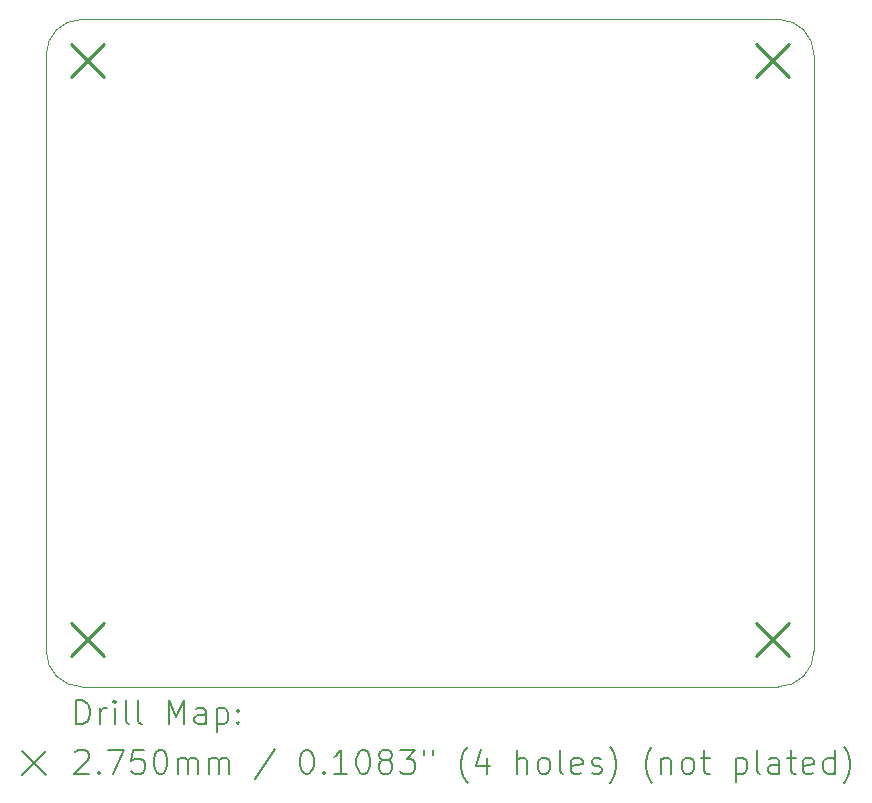
<source format=gbr>
%TF.GenerationSoftware,KiCad,Pcbnew,7.0.5*%
%TF.CreationDate,2023-07-27T20:23:34+03:00*%
%TF.ProjectId,ltp_kikad,6c74705f-6b69-46b6-9164-2e6b69636164,rev?*%
%TF.SameCoordinates,Original*%
%TF.FileFunction,Drillmap*%
%TF.FilePolarity,Positive*%
%FSLAX45Y45*%
G04 Gerber Fmt 4.5, Leading zero omitted, Abs format (unit mm)*
G04 Created by KiCad (PCBNEW 7.0.5) date 2023-07-27 20:23:34*
%MOMM*%
%LPD*%
G01*
G04 APERTURE LIST*
%ADD10C,0.100000*%
%ADD11C,0.200000*%
%ADD12C,0.275000*%
G04 APERTURE END LIST*
D10*
X18396680Y-7157220D02*
X18396680Y-5607220D01*
X18096680Y-10957220D02*
G75*
G03*
X18396680Y-10657220I0J300000D01*
G01*
X18396680Y-9057220D02*
X18396680Y-7157220D01*
X11896680Y-10657220D02*
G75*
G03*
X12196680Y-10957220I300000J0D01*
G01*
X18397020Y-10656360D02*
X18397020Y-9056360D01*
X18396680Y-5607220D02*
G75*
G03*
X18096680Y-5307220I-300000J0D01*
G01*
X12196680Y-5307220D02*
G75*
G03*
X11896680Y-5607220I0J-300000D01*
G01*
X18096680Y-5307220D02*
X12196680Y-5307220D01*
X18096680Y-10957220D02*
X12196680Y-10957220D01*
X11896680Y-10657220D02*
X11896680Y-5607220D01*
D11*
D12*
X12109180Y-5519720D02*
X12384180Y-5794720D01*
X12384180Y-5519720D02*
X12109180Y-5794720D01*
X12109180Y-10419720D02*
X12384180Y-10694720D01*
X12384180Y-10419720D02*
X12109180Y-10694720D01*
X17909180Y-5519720D02*
X18184180Y-5794720D01*
X18184180Y-5519720D02*
X17909180Y-5794720D01*
X17909180Y-10419720D02*
X18184180Y-10694720D01*
X18184180Y-10419720D02*
X17909180Y-10694720D01*
D11*
X12152457Y-11273704D02*
X12152457Y-11073704D01*
X12152457Y-11073704D02*
X12200076Y-11073704D01*
X12200076Y-11073704D02*
X12228647Y-11083228D01*
X12228647Y-11083228D02*
X12247695Y-11102275D01*
X12247695Y-11102275D02*
X12257219Y-11121323D01*
X12257219Y-11121323D02*
X12266742Y-11159418D01*
X12266742Y-11159418D02*
X12266742Y-11187989D01*
X12266742Y-11187989D02*
X12257219Y-11226085D01*
X12257219Y-11226085D02*
X12247695Y-11245132D01*
X12247695Y-11245132D02*
X12228647Y-11264180D01*
X12228647Y-11264180D02*
X12200076Y-11273704D01*
X12200076Y-11273704D02*
X12152457Y-11273704D01*
X12352457Y-11273704D02*
X12352457Y-11140370D01*
X12352457Y-11178466D02*
X12361981Y-11159418D01*
X12361981Y-11159418D02*
X12371504Y-11149894D01*
X12371504Y-11149894D02*
X12390552Y-11140370D01*
X12390552Y-11140370D02*
X12409600Y-11140370D01*
X12476266Y-11273704D02*
X12476266Y-11140370D01*
X12476266Y-11073704D02*
X12466742Y-11083228D01*
X12466742Y-11083228D02*
X12476266Y-11092751D01*
X12476266Y-11092751D02*
X12485790Y-11083228D01*
X12485790Y-11083228D02*
X12476266Y-11073704D01*
X12476266Y-11073704D02*
X12476266Y-11092751D01*
X12600076Y-11273704D02*
X12581028Y-11264180D01*
X12581028Y-11264180D02*
X12571504Y-11245132D01*
X12571504Y-11245132D02*
X12571504Y-11073704D01*
X12704838Y-11273704D02*
X12685790Y-11264180D01*
X12685790Y-11264180D02*
X12676266Y-11245132D01*
X12676266Y-11245132D02*
X12676266Y-11073704D01*
X12933409Y-11273704D02*
X12933409Y-11073704D01*
X12933409Y-11073704D02*
X13000076Y-11216561D01*
X13000076Y-11216561D02*
X13066742Y-11073704D01*
X13066742Y-11073704D02*
X13066742Y-11273704D01*
X13247695Y-11273704D02*
X13247695Y-11168942D01*
X13247695Y-11168942D02*
X13238171Y-11149894D01*
X13238171Y-11149894D02*
X13219123Y-11140370D01*
X13219123Y-11140370D02*
X13181028Y-11140370D01*
X13181028Y-11140370D02*
X13161981Y-11149894D01*
X13247695Y-11264180D02*
X13228647Y-11273704D01*
X13228647Y-11273704D02*
X13181028Y-11273704D01*
X13181028Y-11273704D02*
X13161981Y-11264180D01*
X13161981Y-11264180D02*
X13152457Y-11245132D01*
X13152457Y-11245132D02*
X13152457Y-11226085D01*
X13152457Y-11226085D02*
X13161981Y-11207037D01*
X13161981Y-11207037D02*
X13181028Y-11197513D01*
X13181028Y-11197513D02*
X13228647Y-11197513D01*
X13228647Y-11197513D02*
X13247695Y-11187989D01*
X13342933Y-11140370D02*
X13342933Y-11340370D01*
X13342933Y-11149894D02*
X13361981Y-11140370D01*
X13361981Y-11140370D02*
X13400076Y-11140370D01*
X13400076Y-11140370D02*
X13419123Y-11149894D01*
X13419123Y-11149894D02*
X13428647Y-11159418D01*
X13428647Y-11159418D02*
X13438171Y-11178466D01*
X13438171Y-11178466D02*
X13438171Y-11235608D01*
X13438171Y-11235608D02*
X13428647Y-11254656D01*
X13428647Y-11254656D02*
X13419123Y-11264180D01*
X13419123Y-11264180D02*
X13400076Y-11273704D01*
X13400076Y-11273704D02*
X13361981Y-11273704D01*
X13361981Y-11273704D02*
X13342933Y-11264180D01*
X13523885Y-11254656D02*
X13533409Y-11264180D01*
X13533409Y-11264180D02*
X13523885Y-11273704D01*
X13523885Y-11273704D02*
X13514362Y-11264180D01*
X13514362Y-11264180D02*
X13523885Y-11254656D01*
X13523885Y-11254656D02*
X13523885Y-11273704D01*
X13523885Y-11149894D02*
X13533409Y-11159418D01*
X13533409Y-11159418D02*
X13523885Y-11168942D01*
X13523885Y-11168942D02*
X13514362Y-11159418D01*
X13514362Y-11159418D02*
X13523885Y-11149894D01*
X13523885Y-11149894D02*
X13523885Y-11168942D01*
X11691680Y-11502220D02*
X11891680Y-11702220D01*
X11891680Y-11502220D02*
X11691680Y-11702220D01*
X12142933Y-11512751D02*
X12152457Y-11503228D01*
X12152457Y-11503228D02*
X12171504Y-11493704D01*
X12171504Y-11493704D02*
X12219123Y-11493704D01*
X12219123Y-11493704D02*
X12238171Y-11503228D01*
X12238171Y-11503228D02*
X12247695Y-11512751D01*
X12247695Y-11512751D02*
X12257219Y-11531799D01*
X12257219Y-11531799D02*
X12257219Y-11550847D01*
X12257219Y-11550847D02*
X12247695Y-11579418D01*
X12247695Y-11579418D02*
X12133409Y-11693704D01*
X12133409Y-11693704D02*
X12257219Y-11693704D01*
X12342933Y-11674656D02*
X12352457Y-11684180D01*
X12352457Y-11684180D02*
X12342933Y-11693704D01*
X12342933Y-11693704D02*
X12333409Y-11684180D01*
X12333409Y-11684180D02*
X12342933Y-11674656D01*
X12342933Y-11674656D02*
X12342933Y-11693704D01*
X12419123Y-11493704D02*
X12552457Y-11493704D01*
X12552457Y-11493704D02*
X12466742Y-11693704D01*
X12723885Y-11493704D02*
X12628647Y-11493704D01*
X12628647Y-11493704D02*
X12619123Y-11588942D01*
X12619123Y-11588942D02*
X12628647Y-11579418D01*
X12628647Y-11579418D02*
X12647695Y-11569894D01*
X12647695Y-11569894D02*
X12695314Y-11569894D01*
X12695314Y-11569894D02*
X12714362Y-11579418D01*
X12714362Y-11579418D02*
X12723885Y-11588942D01*
X12723885Y-11588942D02*
X12733409Y-11607989D01*
X12733409Y-11607989D02*
X12733409Y-11655608D01*
X12733409Y-11655608D02*
X12723885Y-11674656D01*
X12723885Y-11674656D02*
X12714362Y-11684180D01*
X12714362Y-11684180D02*
X12695314Y-11693704D01*
X12695314Y-11693704D02*
X12647695Y-11693704D01*
X12647695Y-11693704D02*
X12628647Y-11684180D01*
X12628647Y-11684180D02*
X12619123Y-11674656D01*
X12857219Y-11493704D02*
X12876266Y-11493704D01*
X12876266Y-11493704D02*
X12895314Y-11503228D01*
X12895314Y-11503228D02*
X12904838Y-11512751D01*
X12904838Y-11512751D02*
X12914362Y-11531799D01*
X12914362Y-11531799D02*
X12923885Y-11569894D01*
X12923885Y-11569894D02*
X12923885Y-11617513D01*
X12923885Y-11617513D02*
X12914362Y-11655608D01*
X12914362Y-11655608D02*
X12904838Y-11674656D01*
X12904838Y-11674656D02*
X12895314Y-11684180D01*
X12895314Y-11684180D02*
X12876266Y-11693704D01*
X12876266Y-11693704D02*
X12857219Y-11693704D01*
X12857219Y-11693704D02*
X12838171Y-11684180D01*
X12838171Y-11684180D02*
X12828647Y-11674656D01*
X12828647Y-11674656D02*
X12819123Y-11655608D01*
X12819123Y-11655608D02*
X12809600Y-11617513D01*
X12809600Y-11617513D02*
X12809600Y-11569894D01*
X12809600Y-11569894D02*
X12819123Y-11531799D01*
X12819123Y-11531799D02*
X12828647Y-11512751D01*
X12828647Y-11512751D02*
X12838171Y-11503228D01*
X12838171Y-11503228D02*
X12857219Y-11493704D01*
X13009600Y-11693704D02*
X13009600Y-11560370D01*
X13009600Y-11579418D02*
X13019123Y-11569894D01*
X13019123Y-11569894D02*
X13038171Y-11560370D01*
X13038171Y-11560370D02*
X13066743Y-11560370D01*
X13066743Y-11560370D02*
X13085790Y-11569894D01*
X13085790Y-11569894D02*
X13095314Y-11588942D01*
X13095314Y-11588942D02*
X13095314Y-11693704D01*
X13095314Y-11588942D02*
X13104838Y-11569894D01*
X13104838Y-11569894D02*
X13123885Y-11560370D01*
X13123885Y-11560370D02*
X13152457Y-11560370D01*
X13152457Y-11560370D02*
X13171504Y-11569894D01*
X13171504Y-11569894D02*
X13181028Y-11588942D01*
X13181028Y-11588942D02*
X13181028Y-11693704D01*
X13276266Y-11693704D02*
X13276266Y-11560370D01*
X13276266Y-11579418D02*
X13285790Y-11569894D01*
X13285790Y-11569894D02*
X13304838Y-11560370D01*
X13304838Y-11560370D02*
X13333409Y-11560370D01*
X13333409Y-11560370D02*
X13352457Y-11569894D01*
X13352457Y-11569894D02*
X13361981Y-11588942D01*
X13361981Y-11588942D02*
X13361981Y-11693704D01*
X13361981Y-11588942D02*
X13371504Y-11569894D01*
X13371504Y-11569894D02*
X13390552Y-11560370D01*
X13390552Y-11560370D02*
X13419123Y-11560370D01*
X13419123Y-11560370D02*
X13438171Y-11569894D01*
X13438171Y-11569894D02*
X13447695Y-11588942D01*
X13447695Y-11588942D02*
X13447695Y-11693704D01*
X13838171Y-11484180D02*
X13666743Y-11741323D01*
X14095314Y-11493704D02*
X14114362Y-11493704D01*
X14114362Y-11493704D02*
X14133409Y-11503228D01*
X14133409Y-11503228D02*
X14142933Y-11512751D01*
X14142933Y-11512751D02*
X14152457Y-11531799D01*
X14152457Y-11531799D02*
X14161981Y-11569894D01*
X14161981Y-11569894D02*
X14161981Y-11617513D01*
X14161981Y-11617513D02*
X14152457Y-11655608D01*
X14152457Y-11655608D02*
X14142933Y-11674656D01*
X14142933Y-11674656D02*
X14133409Y-11684180D01*
X14133409Y-11684180D02*
X14114362Y-11693704D01*
X14114362Y-11693704D02*
X14095314Y-11693704D01*
X14095314Y-11693704D02*
X14076266Y-11684180D01*
X14076266Y-11684180D02*
X14066743Y-11674656D01*
X14066743Y-11674656D02*
X14057219Y-11655608D01*
X14057219Y-11655608D02*
X14047695Y-11617513D01*
X14047695Y-11617513D02*
X14047695Y-11569894D01*
X14047695Y-11569894D02*
X14057219Y-11531799D01*
X14057219Y-11531799D02*
X14066743Y-11512751D01*
X14066743Y-11512751D02*
X14076266Y-11503228D01*
X14076266Y-11503228D02*
X14095314Y-11493704D01*
X14247695Y-11674656D02*
X14257219Y-11684180D01*
X14257219Y-11684180D02*
X14247695Y-11693704D01*
X14247695Y-11693704D02*
X14238171Y-11684180D01*
X14238171Y-11684180D02*
X14247695Y-11674656D01*
X14247695Y-11674656D02*
X14247695Y-11693704D01*
X14447695Y-11693704D02*
X14333409Y-11693704D01*
X14390552Y-11693704D02*
X14390552Y-11493704D01*
X14390552Y-11493704D02*
X14371505Y-11522275D01*
X14371505Y-11522275D02*
X14352457Y-11541323D01*
X14352457Y-11541323D02*
X14333409Y-11550847D01*
X14571505Y-11493704D02*
X14590552Y-11493704D01*
X14590552Y-11493704D02*
X14609600Y-11503228D01*
X14609600Y-11503228D02*
X14619124Y-11512751D01*
X14619124Y-11512751D02*
X14628647Y-11531799D01*
X14628647Y-11531799D02*
X14638171Y-11569894D01*
X14638171Y-11569894D02*
X14638171Y-11617513D01*
X14638171Y-11617513D02*
X14628647Y-11655608D01*
X14628647Y-11655608D02*
X14619124Y-11674656D01*
X14619124Y-11674656D02*
X14609600Y-11684180D01*
X14609600Y-11684180D02*
X14590552Y-11693704D01*
X14590552Y-11693704D02*
X14571505Y-11693704D01*
X14571505Y-11693704D02*
X14552457Y-11684180D01*
X14552457Y-11684180D02*
X14542933Y-11674656D01*
X14542933Y-11674656D02*
X14533409Y-11655608D01*
X14533409Y-11655608D02*
X14523886Y-11617513D01*
X14523886Y-11617513D02*
X14523886Y-11569894D01*
X14523886Y-11569894D02*
X14533409Y-11531799D01*
X14533409Y-11531799D02*
X14542933Y-11512751D01*
X14542933Y-11512751D02*
X14552457Y-11503228D01*
X14552457Y-11503228D02*
X14571505Y-11493704D01*
X14752457Y-11579418D02*
X14733409Y-11569894D01*
X14733409Y-11569894D02*
X14723886Y-11560370D01*
X14723886Y-11560370D02*
X14714362Y-11541323D01*
X14714362Y-11541323D02*
X14714362Y-11531799D01*
X14714362Y-11531799D02*
X14723886Y-11512751D01*
X14723886Y-11512751D02*
X14733409Y-11503228D01*
X14733409Y-11503228D02*
X14752457Y-11493704D01*
X14752457Y-11493704D02*
X14790552Y-11493704D01*
X14790552Y-11493704D02*
X14809600Y-11503228D01*
X14809600Y-11503228D02*
X14819124Y-11512751D01*
X14819124Y-11512751D02*
X14828647Y-11531799D01*
X14828647Y-11531799D02*
X14828647Y-11541323D01*
X14828647Y-11541323D02*
X14819124Y-11560370D01*
X14819124Y-11560370D02*
X14809600Y-11569894D01*
X14809600Y-11569894D02*
X14790552Y-11579418D01*
X14790552Y-11579418D02*
X14752457Y-11579418D01*
X14752457Y-11579418D02*
X14733409Y-11588942D01*
X14733409Y-11588942D02*
X14723886Y-11598466D01*
X14723886Y-11598466D02*
X14714362Y-11617513D01*
X14714362Y-11617513D02*
X14714362Y-11655608D01*
X14714362Y-11655608D02*
X14723886Y-11674656D01*
X14723886Y-11674656D02*
X14733409Y-11684180D01*
X14733409Y-11684180D02*
X14752457Y-11693704D01*
X14752457Y-11693704D02*
X14790552Y-11693704D01*
X14790552Y-11693704D02*
X14809600Y-11684180D01*
X14809600Y-11684180D02*
X14819124Y-11674656D01*
X14819124Y-11674656D02*
X14828647Y-11655608D01*
X14828647Y-11655608D02*
X14828647Y-11617513D01*
X14828647Y-11617513D02*
X14819124Y-11598466D01*
X14819124Y-11598466D02*
X14809600Y-11588942D01*
X14809600Y-11588942D02*
X14790552Y-11579418D01*
X14895314Y-11493704D02*
X15019124Y-11493704D01*
X15019124Y-11493704D02*
X14952457Y-11569894D01*
X14952457Y-11569894D02*
X14981028Y-11569894D01*
X14981028Y-11569894D02*
X15000076Y-11579418D01*
X15000076Y-11579418D02*
X15009600Y-11588942D01*
X15009600Y-11588942D02*
X15019124Y-11607989D01*
X15019124Y-11607989D02*
X15019124Y-11655608D01*
X15019124Y-11655608D02*
X15009600Y-11674656D01*
X15009600Y-11674656D02*
X15000076Y-11684180D01*
X15000076Y-11684180D02*
X14981028Y-11693704D01*
X14981028Y-11693704D02*
X14923886Y-11693704D01*
X14923886Y-11693704D02*
X14904838Y-11684180D01*
X14904838Y-11684180D02*
X14895314Y-11674656D01*
X15095314Y-11493704D02*
X15095314Y-11531799D01*
X15171505Y-11493704D02*
X15171505Y-11531799D01*
X15466743Y-11769894D02*
X15457219Y-11760370D01*
X15457219Y-11760370D02*
X15438171Y-11731799D01*
X15438171Y-11731799D02*
X15428648Y-11712751D01*
X15428648Y-11712751D02*
X15419124Y-11684180D01*
X15419124Y-11684180D02*
X15409600Y-11636561D01*
X15409600Y-11636561D02*
X15409600Y-11598466D01*
X15409600Y-11598466D02*
X15419124Y-11550847D01*
X15419124Y-11550847D02*
X15428648Y-11522275D01*
X15428648Y-11522275D02*
X15438171Y-11503228D01*
X15438171Y-11503228D02*
X15457219Y-11474656D01*
X15457219Y-11474656D02*
X15466743Y-11465132D01*
X15628648Y-11560370D02*
X15628648Y-11693704D01*
X15581028Y-11484180D02*
X15533409Y-11627037D01*
X15533409Y-11627037D02*
X15657219Y-11627037D01*
X15885790Y-11693704D02*
X15885790Y-11493704D01*
X15971505Y-11693704D02*
X15971505Y-11588942D01*
X15971505Y-11588942D02*
X15961981Y-11569894D01*
X15961981Y-11569894D02*
X15942933Y-11560370D01*
X15942933Y-11560370D02*
X15914362Y-11560370D01*
X15914362Y-11560370D02*
X15895314Y-11569894D01*
X15895314Y-11569894D02*
X15885790Y-11579418D01*
X16095314Y-11693704D02*
X16076267Y-11684180D01*
X16076267Y-11684180D02*
X16066743Y-11674656D01*
X16066743Y-11674656D02*
X16057219Y-11655608D01*
X16057219Y-11655608D02*
X16057219Y-11598466D01*
X16057219Y-11598466D02*
X16066743Y-11579418D01*
X16066743Y-11579418D02*
X16076267Y-11569894D01*
X16076267Y-11569894D02*
X16095314Y-11560370D01*
X16095314Y-11560370D02*
X16123886Y-11560370D01*
X16123886Y-11560370D02*
X16142933Y-11569894D01*
X16142933Y-11569894D02*
X16152457Y-11579418D01*
X16152457Y-11579418D02*
X16161981Y-11598466D01*
X16161981Y-11598466D02*
X16161981Y-11655608D01*
X16161981Y-11655608D02*
X16152457Y-11674656D01*
X16152457Y-11674656D02*
X16142933Y-11684180D01*
X16142933Y-11684180D02*
X16123886Y-11693704D01*
X16123886Y-11693704D02*
X16095314Y-11693704D01*
X16276267Y-11693704D02*
X16257219Y-11684180D01*
X16257219Y-11684180D02*
X16247695Y-11665132D01*
X16247695Y-11665132D02*
X16247695Y-11493704D01*
X16428648Y-11684180D02*
X16409600Y-11693704D01*
X16409600Y-11693704D02*
X16371505Y-11693704D01*
X16371505Y-11693704D02*
X16352457Y-11684180D01*
X16352457Y-11684180D02*
X16342933Y-11665132D01*
X16342933Y-11665132D02*
X16342933Y-11588942D01*
X16342933Y-11588942D02*
X16352457Y-11569894D01*
X16352457Y-11569894D02*
X16371505Y-11560370D01*
X16371505Y-11560370D02*
X16409600Y-11560370D01*
X16409600Y-11560370D02*
X16428648Y-11569894D01*
X16428648Y-11569894D02*
X16438171Y-11588942D01*
X16438171Y-11588942D02*
X16438171Y-11607989D01*
X16438171Y-11607989D02*
X16342933Y-11627037D01*
X16514362Y-11684180D02*
X16533410Y-11693704D01*
X16533410Y-11693704D02*
X16571505Y-11693704D01*
X16571505Y-11693704D02*
X16590552Y-11684180D01*
X16590552Y-11684180D02*
X16600076Y-11665132D01*
X16600076Y-11665132D02*
X16600076Y-11655608D01*
X16600076Y-11655608D02*
X16590552Y-11636561D01*
X16590552Y-11636561D02*
X16571505Y-11627037D01*
X16571505Y-11627037D02*
X16542933Y-11627037D01*
X16542933Y-11627037D02*
X16523886Y-11617513D01*
X16523886Y-11617513D02*
X16514362Y-11598466D01*
X16514362Y-11598466D02*
X16514362Y-11588942D01*
X16514362Y-11588942D02*
X16523886Y-11569894D01*
X16523886Y-11569894D02*
X16542933Y-11560370D01*
X16542933Y-11560370D02*
X16571505Y-11560370D01*
X16571505Y-11560370D02*
X16590552Y-11569894D01*
X16666743Y-11769894D02*
X16676267Y-11760370D01*
X16676267Y-11760370D02*
X16695314Y-11731799D01*
X16695314Y-11731799D02*
X16704838Y-11712751D01*
X16704838Y-11712751D02*
X16714362Y-11684180D01*
X16714362Y-11684180D02*
X16723886Y-11636561D01*
X16723886Y-11636561D02*
X16723886Y-11598466D01*
X16723886Y-11598466D02*
X16714362Y-11550847D01*
X16714362Y-11550847D02*
X16704838Y-11522275D01*
X16704838Y-11522275D02*
X16695314Y-11503228D01*
X16695314Y-11503228D02*
X16676267Y-11474656D01*
X16676267Y-11474656D02*
X16666743Y-11465132D01*
X17028648Y-11769894D02*
X17019124Y-11760370D01*
X17019124Y-11760370D02*
X17000076Y-11731799D01*
X17000076Y-11731799D02*
X16990553Y-11712751D01*
X16990553Y-11712751D02*
X16981029Y-11684180D01*
X16981029Y-11684180D02*
X16971505Y-11636561D01*
X16971505Y-11636561D02*
X16971505Y-11598466D01*
X16971505Y-11598466D02*
X16981029Y-11550847D01*
X16981029Y-11550847D02*
X16990553Y-11522275D01*
X16990553Y-11522275D02*
X17000076Y-11503228D01*
X17000076Y-11503228D02*
X17019124Y-11474656D01*
X17019124Y-11474656D02*
X17028648Y-11465132D01*
X17104838Y-11560370D02*
X17104838Y-11693704D01*
X17104838Y-11579418D02*
X17114362Y-11569894D01*
X17114362Y-11569894D02*
X17133410Y-11560370D01*
X17133410Y-11560370D02*
X17161981Y-11560370D01*
X17161981Y-11560370D02*
X17181029Y-11569894D01*
X17181029Y-11569894D02*
X17190553Y-11588942D01*
X17190553Y-11588942D02*
X17190553Y-11693704D01*
X17314362Y-11693704D02*
X17295314Y-11684180D01*
X17295314Y-11684180D02*
X17285791Y-11674656D01*
X17285791Y-11674656D02*
X17276267Y-11655608D01*
X17276267Y-11655608D02*
X17276267Y-11598466D01*
X17276267Y-11598466D02*
X17285791Y-11579418D01*
X17285791Y-11579418D02*
X17295314Y-11569894D01*
X17295314Y-11569894D02*
X17314362Y-11560370D01*
X17314362Y-11560370D02*
X17342934Y-11560370D01*
X17342934Y-11560370D02*
X17361981Y-11569894D01*
X17361981Y-11569894D02*
X17371505Y-11579418D01*
X17371505Y-11579418D02*
X17381029Y-11598466D01*
X17381029Y-11598466D02*
X17381029Y-11655608D01*
X17381029Y-11655608D02*
X17371505Y-11674656D01*
X17371505Y-11674656D02*
X17361981Y-11684180D01*
X17361981Y-11684180D02*
X17342934Y-11693704D01*
X17342934Y-11693704D02*
X17314362Y-11693704D01*
X17438172Y-11560370D02*
X17514362Y-11560370D01*
X17466743Y-11493704D02*
X17466743Y-11665132D01*
X17466743Y-11665132D02*
X17476267Y-11684180D01*
X17476267Y-11684180D02*
X17495314Y-11693704D01*
X17495314Y-11693704D02*
X17514362Y-11693704D01*
X17733410Y-11560370D02*
X17733410Y-11760370D01*
X17733410Y-11569894D02*
X17752457Y-11560370D01*
X17752457Y-11560370D02*
X17790553Y-11560370D01*
X17790553Y-11560370D02*
X17809600Y-11569894D01*
X17809600Y-11569894D02*
X17819124Y-11579418D01*
X17819124Y-11579418D02*
X17828648Y-11598466D01*
X17828648Y-11598466D02*
X17828648Y-11655608D01*
X17828648Y-11655608D02*
X17819124Y-11674656D01*
X17819124Y-11674656D02*
X17809600Y-11684180D01*
X17809600Y-11684180D02*
X17790553Y-11693704D01*
X17790553Y-11693704D02*
X17752457Y-11693704D01*
X17752457Y-11693704D02*
X17733410Y-11684180D01*
X17942934Y-11693704D02*
X17923886Y-11684180D01*
X17923886Y-11684180D02*
X17914362Y-11665132D01*
X17914362Y-11665132D02*
X17914362Y-11493704D01*
X18104838Y-11693704D02*
X18104838Y-11588942D01*
X18104838Y-11588942D02*
X18095315Y-11569894D01*
X18095315Y-11569894D02*
X18076267Y-11560370D01*
X18076267Y-11560370D02*
X18038172Y-11560370D01*
X18038172Y-11560370D02*
X18019124Y-11569894D01*
X18104838Y-11684180D02*
X18085791Y-11693704D01*
X18085791Y-11693704D02*
X18038172Y-11693704D01*
X18038172Y-11693704D02*
X18019124Y-11684180D01*
X18019124Y-11684180D02*
X18009600Y-11665132D01*
X18009600Y-11665132D02*
X18009600Y-11646085D01*
X18009600Y-11646085D02*
X18019124Y-11627037D01*
X18019124Y-11627037D02*
X18038172Y-11617513D01*
X18038172Y-11617513D02*
X18085791Y-11617513D01*
X18085791Y-11617513D02*
X18104838Y-11607989D01*
X18171505Y-11560370D02*
X18247695Y-11560370D01*
X18200076Y-11493704D02*
X18200076Y-11665132D01*
X18200076Y-11665132D02*
X18209600Y-11684180D01*
X18209600Y-11684180D02*
X18228648Y-11693704D01*
X18228648Y-11693704D02*
X18247695Y-11693704D01*
X18390553Y-11684180D02*
X18371505Y-11693704D01*
X18371505Y-11693704D02*
X18333410Y-11693704D01*
X18333410Y-11693704D02*
X18314362Y-11684180D01*
X18314362Y-11684180D02*
X18304838Y-11665132D01*
X18304838Y-11665132D02*
X18304838Y-11588942D01*
X18304838Y-11588942D02*
X18314362Y-11569894D01*
X18314362Y-11569894D02*
X18333410Y-11560370D01*
X18333410Y-11560370D02*
X18371505Y-11560370D01*
X18371505Y-11560370D02*
X18390553Y-11569894D01*
X18390553Y-11569894D02*
X18400076Y-11588942D01*
X18400076Y-11588942D02*
X18400076Y-11607989D01*
X18400076Y-11607989D02*
X18304838Y-11627037D01*
X18571505Y-11693704D02*
X18571505Y-11493704D01*
X18571505Y-11684180D02*
X18552457Y-11693704D01*
X18552457Y-11693704D02*
X18514362Y-11693704D01*
X18514362Y-11693704D02*
X18495315Y-11684180D01*
X18495315Y-11684180D02*
X18485791Y-11674656D01*
X18485791Y-11674656D02*
X18476267Y-11655608D01*
X18476267Y-11655608D02*
X18476267Y-11598466D01*
X18476267Y-11598466D02*
X18485791Y-11579418D01*
X18485791Y-11579418D02*
X18495315Y-11569894D01*
X18495315Y-11569894D02*
X18514362Y-11560370D01*
X18514362Y-11560370D02*
X18552457Y-11560370D01*
X18552457Y-11560370D02*
X18571505Y-11569894D01*
X18647696Y-11769894D02*
X18657219Y-11760370D01*
X18657219Y-11760370D02*
X18676267Y-11731799D01*
X18676267Y-11731799D02*
X18685791Y-11712751D01*
X18685791Y-11712751D02*
X18695315Y-11684180D01*
X18695315Y-11684180D02*
X18704838Y-11636561D01*
X18704838Y-11636561D02*
X18704838Y-11598466D01*
X18704838Y-11598466D02*
X18695315Y-11550847D01*
X18695315Y-11550847D02*
X18685791Y-11522275D01*
X18685791Y-11522275D02*
X18676267Y-11503228D01*
X18676267Y-11503228D02*
X18657219Y-11474656D01*
X18657219Y-11474656D02*
X18647696Y-11465132D01*
M02*

</source>
